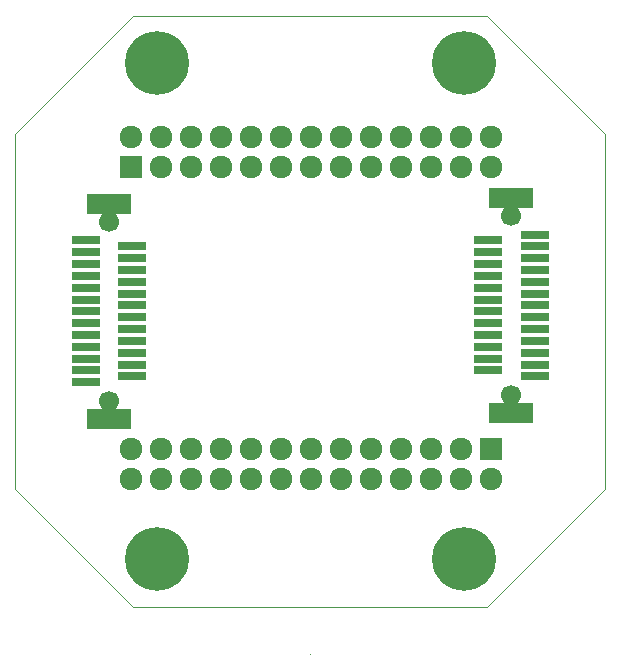
<source format=gbs>
G04 (created by PCBNEW (2013-09-06 BZR 4312)-stable) date K 20 nov   2013 22:54:32 EET*
%MOIN*%
G04 Gerber Fmt 3.4, Leading zero omitted, Abs format*
%FSLAX34Y34*%
G01*
G70*
G90*
G04 APERTURE LIST*
%ADD10C,0.000787*%
%ADD11C,0.001000*%
%ADD12C,0.066929*%
%ADD13R,0.149606X0.066929*%
%ADD14R,0.097638X0.031496*%
%ADD15C,0.212598*%
%ADD16R,0.075748X0.075748*%
%ADD17C,0.075748*%
G04 APERTURE END LIST*
G54D10*
G54D11*
X49213Y-56692D02*
G75*
G03X49213Y-56692I0J0D01*
G74*
G01*
X49211Y-56692D02*
X49213Y-56692D01*
X49212Y-56691D02*
X49212Y-56693D01*
X43307Y-55118D02*
X39370Y-51181D01*
X55118Y-55118D02*
X43307Y-55118D01*
X59055Y-51181D02*
X55118Y-55118D01*
X59055Y-39370D02*
X59055Y-51181D01*
X55118Y-35433D02*
X59055Y-39370D01*
X43307Y-35433D02*
X55118Y-35433D01*
X39370Y-39370D02*
X43307Y-35433D01*
X39370Y-51181D02*
X39370Y-39370D01*
G54D12*
X42503Y-42303D03*
X42503Y-48248D03*
G54D13*
X42503Y-41692D03*
X42503Y-48858D03*
G54D14*
X41732Y-47637D03*
X41732Y-47244D03*
X41732Y-46850D03*
X41732Y-46456D03*
X41732Y-46062D03*
X41732Y-45669D03*
X41732Y-45275D03*
X41732Y-44881D03*
X41732Y-44488D03*
X41732Y-44094D03*
X41732Y-43700D03*
X41732Y-43307D03*
X41732Y-42913D03*
X43275Y-43110D03*
X43275Y-43503D03*
X43275Y-43897D03*
X43275Y-44291D03*
X43275Y-44685D03*
X43275Y-45078D03*
X43275Y-45472D03*
X43275Y-45866D03*
X43275Y-46259D03*
X43275Y-46653D03*
X43275Y-47047D03*
X43275Y-47440D03*
G54D12*
X42503Y-48248D03*
X42503Y-42303D03*
G54D13*
X42503Y-48858D03*
X42503Y-41692D03*
G54D12*
X55921Y-48051D03*
X55921Y-42106D03*
G54D13*
X55921Y-48661D03*
X55921Y-41496D03*
G54D14*
X56692Y-42716D03*
X56692Y-43110D03*
X56692Y-43503D03*
X56692Y-43897D03*
X56692Y-44291D03*
X56692Y-44685D03*
X56692Y-45078D03*
X56692Y-45472D03*
X56692Y-45866D03*
X56692Y-46259D03*
X56692Y-46653D03*
X56692Y-47047D03*
X56692Y-47440D03*
X55149Y-47244D03*
X55149Y-46850D03*
X55149Y-46456D03*
X55149Y-46062D03*
X55149Y-45669D03*
X55149Y-45275D03*
X55149Y-44881D03*
X55149Y-44488D03*
X55149Y-44094D03*
X55149Y-43700D03*
X55149Y-43307D03*
X55149Y-42913D03*
G54D12*
X55921Y-42106D03*
X55921Y-48051D03*
G54D13*
X55921Y-41496D03*
X55921Y-48661D03*
G54D15*
X44094Y-37007D03*
X54330Y-37007D03*
X54330Y-53543D03*
X44094Y-53543D03*
G54D16*
X55250Y-49850D03*
G54D17*
X55250Y-50850D03*
X54250Y-49850D03*
X54250Y-50850D03*
X53250Y-49850D03*
X53250Y-50850D03*
X52250Y-49850D03*
X52250Y-50850D03*
X51250Y-49850D03*
X51250Y-50850D03*
X50250Y-49850D03*
X50250Y-50850D03*
X49250Y-49850D03*
X49250Y-50850D03*
X48250Y-49850D03*
X48250Y-50850D03*
X47250Y-49850D03*
X47250Y-50850D03*
X46250Y-49850D03*
X46250Y-50850D03*
X45250Y-49850D03*
X45250Y-50850D03*
X44250Y-49850D03*
X44250Y-50850D03*
X43250Y-49850D03*
X43250Y-50850D03*
G54D16*
X43250Y-40450D03*
G54D17*
X43250Y-39450D03*
X44250Y-40450D03*
X44250Y-39450D03*
X45250Y-40450D03*
X45250Y-39450D03*
X46250Y-40450D03*
X46250Y-39450D03*
X47250Y-40450D03*
X47250Y-39450D03*
X48250Y-40450D03*
X48250Y-39450D03*
X49250Y-40450D03*
X49250Y-39450D03*
X50250Y-40450D03*
X50250Y-39450D03*
X51250Y-40450D03*
X51250Y-39450D03*
X52250Y-40450D03*
X52250Y-39450D03*
X53250Y-40450D03*
X53250Y-39450D03*
X54250Y-40450D03*
X54250Y-39450D03*
X55250Y-40450D03*
X55250Y-39450D03*
M02*

</source>
